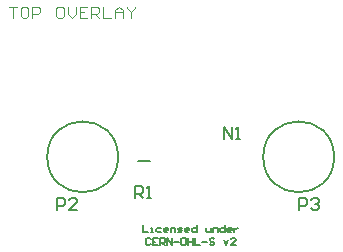
<source format=gto>
G04*
G04 #@! TF.GenerationSoftware,Altium Limited,Altium Designer,20.2.6 (244)*
G04*
G04 Layer_Color=65535*
%FSLAX25Y25*%
%MOIN*%
G70*
G04*
G04 #@! TF.SameCoordinates,5AE4630F-2555-4F6A-8CD4-AD4B39003086*
G04*
G04*
G04 #@! TF.FilePolarity,Positive*
G04*
G01*
G75*
%ADD10C,0.00591*%
%ADD11C,0.00394*%
%ADD12C,0.00800*%
D10*
X851211Y476700D02*
G03*
X851211Y476700I-11811J0D01*
G01*
X779211D02*
G03*
X779211Y476700I-11811J0D01*
G01*
X785800Y475300D02*
X789800D01*
X787657Y453903D02*
Y451542D01*
X789231D01*
X790019D02*
X790806D01*
X790412D01*
Y453116D01*
X790019D01*
X793561D02*
X792380D01*
X791986Y452722D01*
Y451935D01*
X792380Y451542D01*
X793561D01*
X795529D02*
X794741D01*
X794348Y451935D01*
Y452722D01*
X794741Y453116D01*
X795529D01*
X795922Y452722D01*
Y452329D01*
X794348D01*
X796709Y451542D02*
Y453116D01*
X797890D01*
X798284Y452722D01*
Y451542D01*
X799071D02*
X800251D01*
X800645Y451935D01*
X800251Y452329D01*
X799464D01*
X799071Y452722D01*
X799464Y453116D01*
X800645D01*
X802613Y451542D02*
X801826D01*
X801432Y451935D01*
Y452722D01*
X801826Y453116D01*
X802613D01*
X803006Y452722D01*
Y452329D01*
X801432D01*
X805368Y453903D02*
Y451542D01*
X804187D01*
X803794Y451935D01*
Y452722D01*
X804187Y453116D01*
X805368D01*
X808517D02*
Y451935D01*
X808910Y451542D01*
X810091D01*
Y453116D01*
X810878Y451542D02*
Y453116D01*
X812059D01*
X812452Y452722D01*
Y451542D01*
X814814Y453903D02*
Y451542D01*
X813633D01*
X813239Y451935D01*
Y452722D01*
X813633Y453116D01*
X814814D01*
X816782Y451542D02*
X815994D01*
X815601Y451935D01*
Y452722D01*
X815994Y453116D01*
X816782D01*
X817175Y452722D01*
Y452329D01*
X815601D01*
X817962Y453116D02*
Y451542D01*
Y452329D01*
X818356Y452722D01*
X818749Y453116D01*
X819143D01*
X790019Y449258D02*
X789625Y449652D01*
X788838D01*
X788444Y449258D01*
Y447684D01*
X788838Y447291D01*
X789625D01*
X790019Y447684D01*
X792380Y449652D02*
X790806D01*
Y447291D01*
X792380D01*
X790806Y448471D02*
X791593D01*
X793167Y447291D02*
Y449652D01*
X794348D01*
X794741Y449258D01*
Y448471D01*
X794348Y448078D01*
X793167D01*
X793954D02*
X794741Y447291D01*
X795529D02*
Y449652D01*
X797103Y447291D01*
Y449652D01*
X797890Y448471D02*
X799464D01*
X801432Y449652D02*
X800645D01*
X800251Y449258D01*
Y447684D01*
X800645Y447291D01*
X801432D01*
X801826Y447684D01*
Y449258D01*
X801432Y449652D01*
X802613D02*
Y447291D01*
Y448471D01*
X804187D01*
Y449652D01*
Y447291D01*
X804974Y449652D02*
Y447291D01*
X806549D01*
X807336Y448471D02*
X808910D01*
X811271Y449258D02*
X810878Y449652D01*
X810091D01*
X809697Y449258D01*
Y448865D01*
X810091Y448471D01*
X810878D01*
X811271Y448078D01*
Y447684D01*
X810878Y447291D01*
X810091D01*
X809697Y447684D01*
X814420Y448865D02*
X815207Y447291D01*
X815994Y448865D01*
X818356Y447291D02*
X816782D01*
X818356Y448865D01*
Y449258D01*
X817962Y449652D01*
X817175D01*
X816782Y449258D01*
D11*
X742770Y526825D02*
X745394D01*
X744082D01*
Y522890D01*
X748674Y526825D02*
X747362D01*
X746706Y526169D01*
Y523546D01*
X747362Y522890D01*
X748674D01*
X749330Y523546D01*
Y526169D01*
X748674Y526825D01*
X750642Y522890D02*
Y526825D01*
X752609D01*
X753265Y526169D01*
Y524858D01*
X752609Y524202D01*
X750642D01*
X760481Y526825D02*
X759169D01*
X758513Y526169D01*
Y523546D01*
X759169Y522890D01*
X760481D01*
X761137Y523546D01*
Y526169D01*
X760481Y526825D01*
X762449D02*
Y524202D01*
X763761Y522890D01*
X765073Y524202D01*
Y526825D01*
X769008D02*
X766385D01*
Y522890D01*
X769008D01*
X766385Y524858D02*
X767697D01*
X770320Y522890D02*
Y526825D01*
X772288D01*
X772944Y526169D01*
Y524858D01*
X772288Y524202D01*
X770320D01*
X771632D02*
X772944Y522890D01*
X774256Y526825D02*
Y522890D01*
X776880D01*
X778192D02*
Y525514D01*
X779504Y526825D01*
X780816Y525514D01*
Y522890D01*
Y524858D01*
X778192D01*
X782128Y526825D02*
Y526169D01*
X783439Y524858D01*
X784751Y526169D01*
Y526825D01*
X783439Y524858D02*
Y522890D01*
D12*
X758729Y459079D02*
Y463077D01*
X760729D01*
X761395Y462411D01*
Y461078D01*
X760729Y460412D01*
X758729D01*
X765394Y459079D02*
X762728D01*
X765394Y461744D01*
Y462411D01*
X764727Y463077D01*
X763394D01*
X762728Y462411D01*
X839438Y459079D02*
Y463077D01*
X841437D01*
X842104Y462411D01*
Y461078D01*
X841437Y460412D01*
X839438D01*
X843437Y462411D02*
X844103Y463077D01*
X845436D01*
X846102Y462411D01*
Y461744D01*
X845436Y461078D01*
X844769D01*
X845436D01*
X846102Y460412D01*
Y459745D01*
X845436Y459079D01*
X844103D01*
X843437Y459745D01*
X784986Y463016D02*
Y467014D01*
X786986D01*
X787652Y466348D01*
Y465015D01*
X786986Y464349D01*
X784986D01*
X786319D02*
X787652Y463016D01*
X788985D02*
X790318D01*
X789651D01*
Y467014D01*
X788985Y466348D01*
X814514Y482701D02*
Y486699D01*
X817180Y482701D01*
Y486699D01*
X818513Y482701D02*
X819845D01*
X819179D01*
Y486699D01*
X818513Y486033D01*
M02*

</source>
